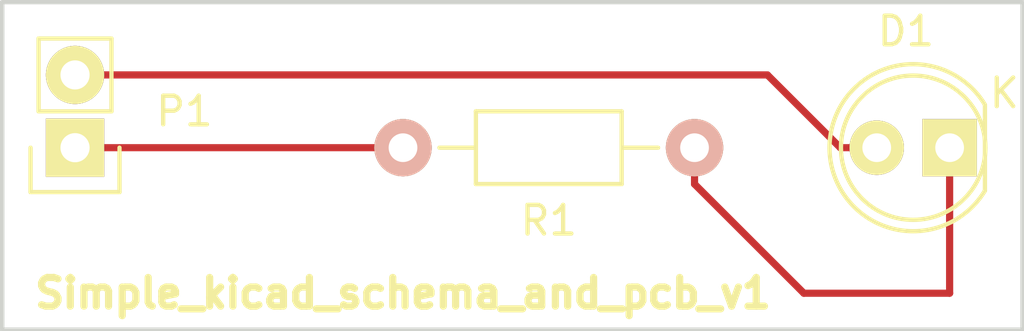
<source format=kicad_pcb>

(kicad_pcb
  (version 4)
  (host pcbnew 4.0.1-stable)
  (general
    (links 3)
    (no_connects 0)
    (area 105.334999 83.744999 142.315001 95.325001)
    (thickness 1.6)
    (drawings 6)
    (tracks 8)
    (zones 0)
    (modules 3)
    (nets 4))
  (page A4)
  (layers
    (0 F.Cu signal)
    (31 B.Cu signal)
    (32 B.Adhes user)
    (33 F.Adhes user)
    (34 B.Paste user)
    (35 F.Paste user)
    (36 B.SilkS user)
    (37 F.SilkS user)
    (38 B.Mask user)
    (39 F.Mask user)
    (40 Dwgs.User user)
    (41 Cmts.User user)
    (42 Eco1.User user)
    (43 Eco2.User user)
    (44 Edge.Cuts user)
    (45 Margin user)
    (46 B.CrtYd user)
    (47 F.CrtYd user)
    (48 B.Fab user)
    (49 F.Fab user))
  (setup
    (last_trace_width 0.25)
    (trace_clearance 0.2)
    (zone_clearance 0.508)
    (zone_45_only no)
    (trace_min 0.2)
    (segment_width 0.2)
    (edge_width 0.15)
    (via_size 0.6)
    (via_drill 0.4)
    (via_min_size 0.4)
    (via_min_drill 0.3)
    (uvia_size 0.3)
    (uvia_drill 0.1)
    (uvias_allowed no)
    (uvia_min_size 0.2)
    (uvia_min_drill 0.1)
    (pcb_text_width 0.3)
    (pcb_text_size 1.5 1.5)
    (mod_edge_width 0.15)
    (mod_text_size 1 1)
    (mod_text_width 0.15)
    (pad_size 1.524 1.524)
    (pad_drill 0.762)
    (pad_to_mask_clearance 0.2)
    (aux_axis_origin 0 0)
    (visible_elements FFFFFF7F)
    (pcbplotparams
      (layerselection 0x00030_80000001)
      (usegerberextensions false)
      (excludeedgelayer true)
      (linewidth 0.1)
      (plotframeref false)
      (viasonmask false)
      (mode 1)
      (useauxorigin false)
      (hpglpennumber 1)
      (hpglpenspeed 20)
      (hpglpendiameter 15)
      (hpglpenoverlay 2)
      (psnegative false)
      (psa4output false)
      (plotreference true)
      (plotvalue true)
      (plotinvisibletext false)
      (padsonsilk false)
      (subtractmaskfromsilk false)
      (outputformat 1)
      (mirror false)
      (drillshape 1)
      (scaleselection 1)
      (outputdirectory "")))
  (net 0 "")
  (net 1 "Net-(D1-Pad1)")
  (net 2 GND)
  (net 3 VCC)
  (net_class Default "This is the default net class."
    (clearance 0.2)
    (trace_width 0.25)
    (via_dia 0.6)
    (via_drill 0.4)
    (uvia_dia 0.3)
    (uvia_drill 0.1)
    (add_net GND)
    (add_net "Net-(D1-Pad1)")
    (add_net VCC))
  (module LEDs:LED-5MM
    (layer F.Cu)
    (tedit 5570F7EA)
    (tstamp 5688412A)
    (at 138.43 88.9 180)
    (descr "LED 5mm round vertical")
    (tags "LED 5mm round vertical")
    (path /56883C38)
    (fp_text reference D1
      (at 1.524 4.064 180)
      (layer F.SilkS)
      (effects
        (font
          (size 1 1)
          (thickness 0.15))))
    (fp_text value LED
      (at 1.524 -3.937 180)
      (layer F.Fab)
      (effects
        (font
          (size 1 1)
          (thickness 0.15))))
    (fp_text user K
      (at -1.905 1.905 180)
      (layer F.SilkS)
      (effects
        (font
          (size 1 1)
          (thickness 0.15))))
    (fp_line
      (start -1.5 -1.55)
      (end -1.5 1.55)
      (layer F.CrtYd)
      (width 0.05))
    (fp_line
      (start -1.23 1.5)
      (end -1.23 -1.5)
      (layer F.SilkS)
      (width 0.15))
    (fp_arc
      (start 1.3 0)
      (end -1.5 1.55)
      (angle -302)
      (layer F.CrtYd)
      (width 0.05))
    (fp_arc
      (start 1.27 0)
      (end -1.23 -1.5)
      (angle 297.5)
      (layer F.SilkS)
      (width 0.15))
    (fp_circle
      (center 1.27 0)
      (end 0.97 -2.5)
      (layer F.SilkS)
      (width 0.15))
    (pad 1 thru_hole rect
      (at 0 0 270)
      (size 2 1.9)
      (drill 1.00076)
      (layers *.Cu *.Mask F.SilkS)
      (net 1 "Net-(D1-Pad1)"))
    (pad 2 thru_hole circle
      (at 2.54 0 180)
      (size 1.9 1.9)
      (drill 1.00076)
      (layers *.Cu *.Mask F.SilkS)
      (net 2 GND))
    (model LEDs.3dshapes/LED-5MM.wrl
      (at
        (xyz 0.05 0 0))
      (scale
        (xyz 1 1 1))
      (rotate
        (xyz 0 0 90))))
  (module Pin_Headers:Pin_Header_Straight_1x02
    (layer F.Cu)
    (tedit 5688460.0)
    (tstamp 56884130)
    (at 107.95 88.9 180)
    (descr "Through hole pin header")
    (tags "pin header")
    (path /56883E2A)
    (fp_text reference P1
      (at -3.81 1.27 180)
      (layer F.SilkS)
      (effects
        (font
          (size 1 1)
          (thickness 0.15))))
    (fp_text value Power
      (at -5.08 3.81 180)
      (layer F.Fab)
      (effects
        (font
          (size 1 1)
          (thickness 0.15))))
    (fp_line
      (start 1.27 1.27)
      (end 1.27 3.81)
      (layer F.SilkS)
      (width 0.15))
    (fp_line
      (start 1.55 -1.55)
      (end 1.55 0)
      (layer F.SilkS)
      (width 0.15))
    (fp_line
      (start -1.75 -1.75)
      (end -1.75 4.3)
      (layer F.CrtYd)
      (width 0.05))
    (fp_line
      (start 1.75 -1.75)
      (end 1.75 4.3)
      (layer F.CrtYd)
      (width 0.05))
    (fp_line
      (start -1.75 -1.75)
      (end 1.75 -1.75)
      (layer F.CrtYd)
      (width 0.05))
    (fp_line
      (start -1.75 4.3)
      (end 1.75 4.3)
      (layer F.CrtYd)
      (width 0.05))
    (fp_line
      (start 1.27 1.27)
      (end -1.27 1.27)
      (layer F.SilkS)
      (width 0.15))
    (fp_line
      (start -1.55 0)
      (end -1.55 -1.55)
      (layer F.SilkS)
      (width 0.15))
    (fp_line
      (start -1.55 -1.55)
      (end 1.55 -1.55)
      (layer F.SilkS)
      (width 0.15))
    (fp_line
      (start -1.27 1.27)
      (end -1.27 3.81)
      (layer F.SilkS)
      (width 0.15))
    (fp_line
      (start -1.27 3.81)
      (end 1.27 3.81)
      (layer F.SilkS)
      (width 0.15))
    (pad 1 thru_hole rect
      (at 0 0 180)
      (size 2.032 2.032)
      (drill 1.016)
      (layers *.Cu *.Mask F.SilkS)
      (net 3 VCC))
    (pad 2 thru_hole oval
      (at 0 2.54 180)
      (size 2.032 2.032)
      (drill 1.016)
      (layers *.Cu *.Mask F.SilkS)
      (net 2 GND))
    (model Pin_Headers.3dshapes/Pin_Header_Straight_1x02.wrl
      (at
        (xyz 0 -0.05 0))
      (scale
        (xyz 1 1 1))
      (rotate
        (xyz 0 0 90))))
  (module Resistors_ThroughHole:Resistor_Horizontal_RM10mm
    (layer F.Cu)
    (tedit 56884699)
    (tstamp 56884136)
    (at 124.46 88.9 180)
    (descr "Resistor, Axial,  RM 10mm, 1/3W,")
    (tags "Resistor, Axial, RM 10mm, 1/3W,")
    (path /56883BF9)
    (fp_text reference R1
      (at 0 -2.54 180)
      (layer F.SilkS)
      (effects
        (font
          (size 1 1)
          (thickness 0.15))))
    (fp_text value 330
      (at 0 0 180)
      (layer F.Fab)
      (effects
        (font
          (size 1 1)
          (thickness 0.15))))
    (fp_line
      (start -2.54 -1.27)
      (end 2.54 -1.27)
      (layer F.SilkS)
      (width 0.15))
    (fp_line
      (start 2.54 -1.27)
      (end 2.54 1.27)
      (layer F.SilkS)
      (width 0.15))
    (fp_line
      (start 2.54 1.27)
      (end -2.54 1.27)
      (layer F.SilkS)
      (width 0.15))
    (fp_line
      (start -2.54 1.27)
      (end -2.54 -1.27)
      (layer F.SilkS)
      (width 0.15))
    (fp_line
      (start -2.54 0)
      (end -3.81 0)
      (layer F.SilkS)
      (width 0.15))
    (fp_line
      (start 2.54 0)
      (end 3.81 0)
      (layer F.SilkS)
      (width 0.15))
    (pad 1 thru_hole circle
      (at -5.08 0 180)
      (size 1.99898 1.99898)
      (drill 1.00076)
      (layers *.Cu *.SilkS *.Mask)
      (net 1 "Net-(D1-Pad1)"))
    (pad 2 thru_hole circle
      (at 5.08 0 180)
      (size 1.99898 1.99898)
      (drill 1.00076)
      (layers *.Cu *.SilkS *.Mask)
      (net 3 VCC))
    (model Resistors_ThroughHole.3dshapes/Resistor_Horizontal_RM10mm.wrl
      (at
        (xyz 0 0 0))
      (scale
        (xyz 0.4 0.4 0.4))
      (rotate
        (xyz 0 0 0))))
  (gr_line
    (start 105.41 95.25)
    (end 140.97 95.25)
    (angle 90)
    (layer Edge.Cuts)
    (width 0.15))
  (gr_line
    (start 105.41 83.82)
    (end 105.41 95.25)
    (angle 90)
    (layer Edge.Cuts)
    (width 0.15))
  (gr_line
    (start 140.97 83.82)
    (end 105.41 83.82)
    (angle 90)
    (layer Edge.Cuts)
    (width 0.15))
  (gr_line
    (start 140.97 83.82)
    (end 140.97 95.25)
    (angle 90)
    (layer Edge.Cuts)
    (width 0.15))
  (gr_line
    (start 105.41 83.82)
    (end 105.41 95.25)
    (angle 90)
    (layer Edge.Cuts)
    (width 0.15))
  (gr_text Simple_kicad_schema_and_pcb_v1
    (at 119.38 93.98)
    (layer F.SilkS)
    (effects
      (font
        (size 1 1)
        (thickness 0.25))))
  (segment
    (start 129.54 88.9)
    (end 129.54 90.17)
    (width 0.25)
    (layer F.Cu)
    (net 1))
  (segment
    (start 138.43 93.98)
    (end 138.43 88.9)
    (width 0.25)
    (layer F.Cu)
    (net 1)
    (tstamp 5688447A))
  (segment
    (start 133.35 93.98)
    (end 138.43 93.98)
    (width 0.25)
    (layer F.Cu)
    (net 1)
    (tstamp 56884478))
  (segment
    (start 129.54 90.17)
    (end 133.35 93.98)
    (width 0.25)
    (layer F.Cu)
    (net 1)
    (tstamp 56884472))
  (segment
    (start 135.89 88.9)
    (end 134.62 88.9)
    (width 0.25)
    (layer F.Cu)
    (net 2))
  (segment
    (start 132.08 86.36)
    (end 107.95 86.36)
    (width 0.25)
    (layer F.Cu)
    (net 2)
    (tstamp 56884486)
    (status 20))
  (segment
    (start 134.62 88.9)
    (end 132.08 86.36)
    (width 0.25)
    (layer F.Cu)
    (net 2)
    (tstamp 56884483))
  (segment
    (start 107.95 88.9)
    (end 119.38 88.9)
    (width 0.25)
    (layer F.Cu)
    (net 3)
    (status 10)))
</source>
